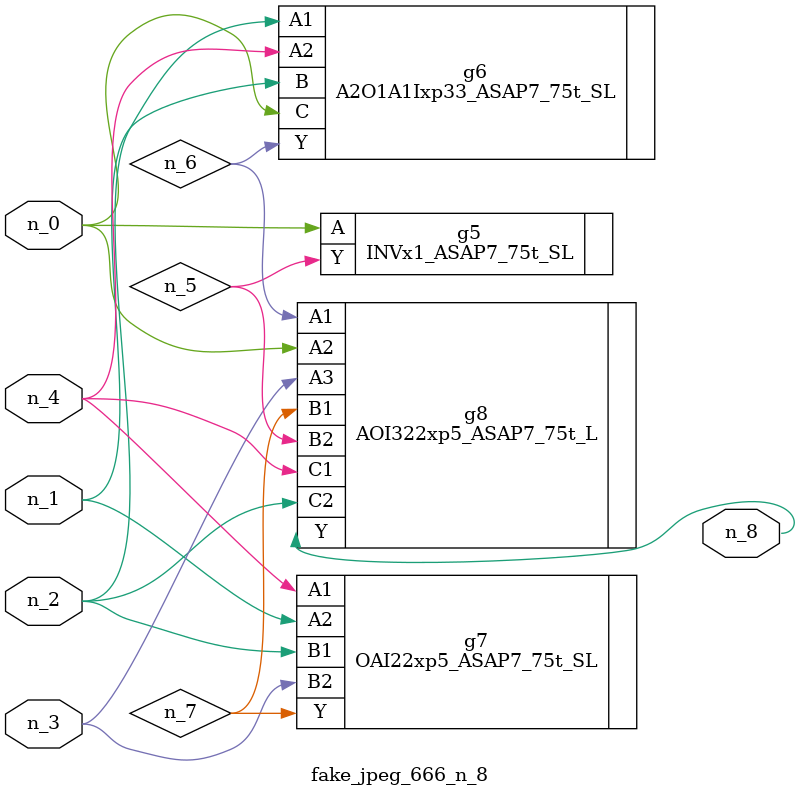
<source format=v>
module fake_jpeg_666_n_8 (n_3, n_2, n_1, n_0, n_4, n_8);

input n_3;
input n_2;
input n_1;
input n_0;
input n_4;

output n_8;

wire n_6;
wire n_5;
wire n_7;

INVx1_ASAP7_75t_SL g5 ( 
.A(n_0),
.Y(n_5)
);

A2O1A1Ixp33_ASAP7_75t_SL g6 ( 
.A1(n_2),
.A2(n_4),
.B(n_1),
.C(n_0),
.Y(n_6)
);

OAI22xp5_ASAP7_75t_SL g7 ( 
.A1(n_4),
.A2(n_1),
.B1(n_2),
.B2(n_3),
.Y(n_7)
);

AOI322xp5_ASAP7_75t_L g8 ( 
.A1(n_6),
.A2(n_0),
.A3(n_3),
.B1(n_7),
.B2(n_5),
.C1(n_4),
.C2(n_2),
.Y(n_8)
);


endmodule
</source>
